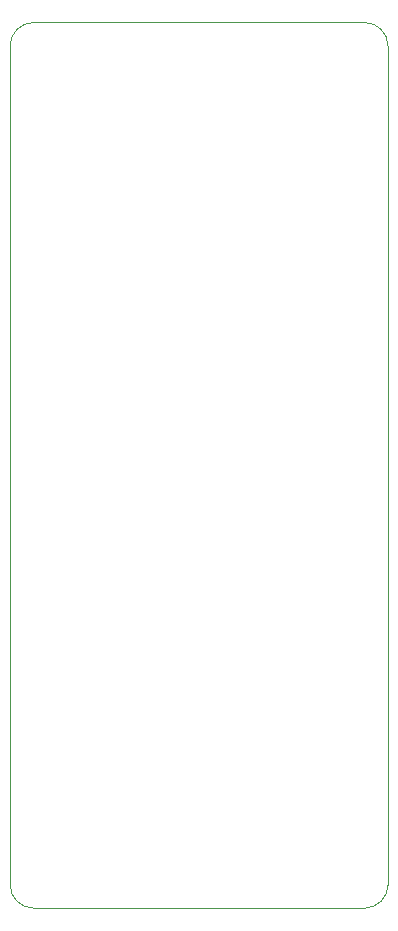
<source format=gbr>
%TF.GenerationSoftware,KiCad,Pcbnew,8.0.3-8.0.3-0~ubuntu22.04.1*%
%TF.CreationDate,2024-10-28T10:55:12+03:00*%
%TF.ProjectId,PM-Debug_v0.0.1,504d2d44-6562-4756-975f-76302e302e31,rev?*%
%TF.SameCoordinates,Original*%
%TF.FileFunction,Profile,NP*%
%FSLAX46Y46*%
G04 Gerber Fmt 4.6, Leading zero omitted, Abs format (unit mm)*
G04 Created by KiCad (PCBNEW 8.0.3-8.0.3-0~ubuntu22.04.1) date 2024-10-28 10:55:12*
%MOMM*%
%LPD*%
G01*
G04 APERTURE LIST*
%TA.AperFunction,Profile*%
%ADD10C,0.100000*%
%TD*%
G04 APERTURE END LIST*
D10*
X100000000Y-54000000D02*
G75*
G02*
X102000000Y-52000000I2000000J0D01*
G01*
X130000000Y-52000000D02*
G75*
G02*
X132000000Y-54000000I0J-2000000D01*
G01*
X130000000Y-127000000D02*
X102000000Y-127000000D01*
X100000000Y-125000000D02*
X100000000Y-54000000D01*
X132000000Y-125000000D02*
G75*
G02*
X130000000Y-127000000I-2000000J0D01*
G01*
X102000000Y-127000000D02*
G75*
G02*
X100000000Y-125000000I0J2000000D01*
G01*
X132000000Y-54000000D02*
X132000000Y-125000000D01*
X102000000Y-52000000D02*
X130000000Y-52000000D01*
M02*

</source>
